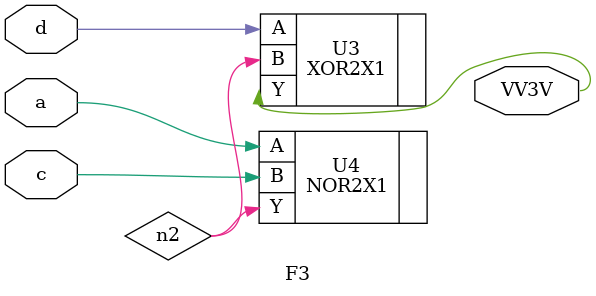
<source format=v>

module F3 ( d, a, c, VV3V );
  input d, a, c;
  output VV3V;
  wire   n2;

  XOR2X1 U3 ( .A(d), .B(n2), .Y(VV3V) );
  NOR2X1 U4 ( .A(a), .B(c), .Y(n2) );
endmodule


</source>
